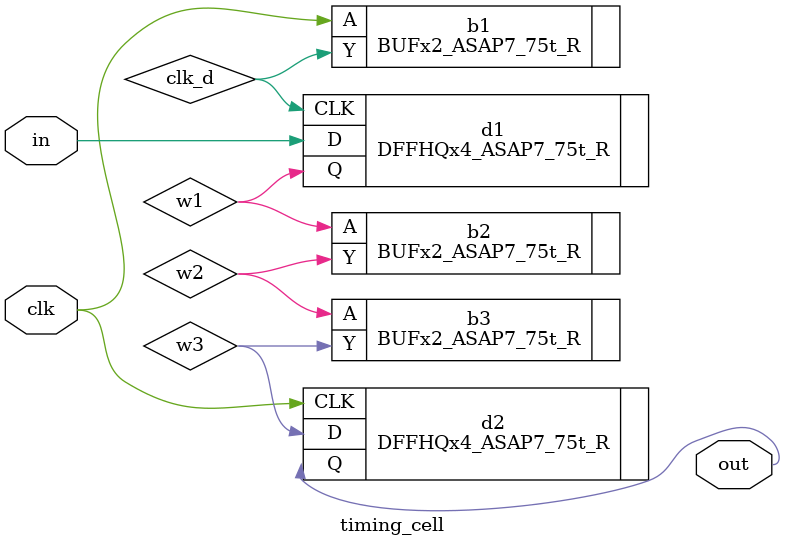
<source format=v>
module timing_cell (input in, input clk, output out);

  wire clk_d, w1, w2, w3;

  BUFx2_ASAP7_75t_R b1 (.A(clk), .Y(clk_d));

  DFFHQx4_ASAP7_75t_R d1 (.D(in), .Q(w1), .CLK(clk_d));

  BUFx2_ASAP7_75t_R b2 (.A(w1), .Y(w2));
  BUFx2_ASAP7_75t_R b3 (.A(w2), .Y(w3));

  DFFHQx4_ASAP7_75t_R d2 (.D(w3), .Q(out), .CLK(clk));

endmodule

</source>
